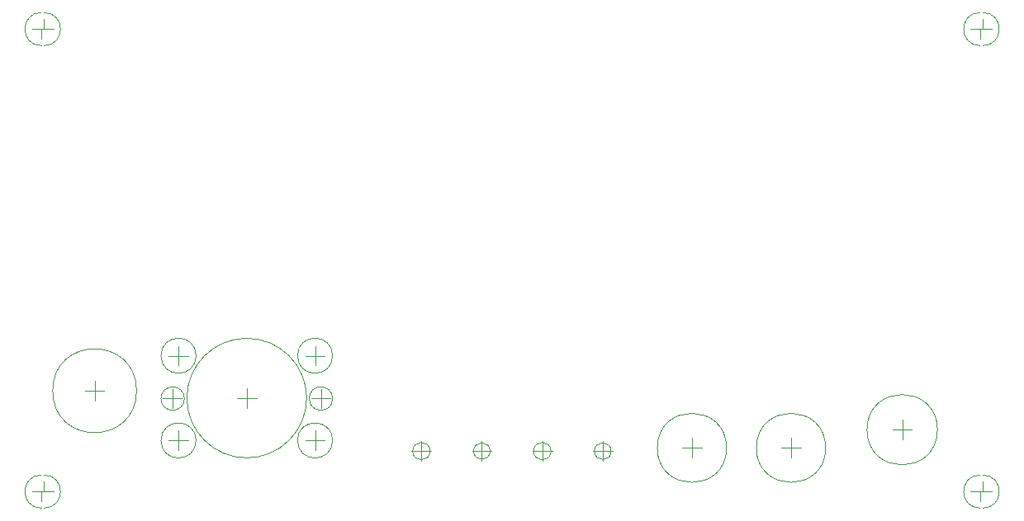
<source format=gbr>
G04 #@! TF.GenerationSoftware,KiCad,Pcbnew,5.0.2-bee76a0~70~ubuntu16.04.1*
G04 #@! TF.CreationDate,2019-08-25T20:36:25-07:00*
G04 #@! TF.ProjectId,endcap,656e6463-6170-42e6-9b69-6361645f7063,rev?*
G04 #@! TF.SameCoordinates,PX2faf080PY2faf080*
G04 #@! TF.FileFunction,Drawing*
%FSLAX46Y46*%
G04 Gerber Fmt 4.6, Leading zero omitted, Abs format (unit mm)*
G04 Created by KiCad (PCBNEW 5.0.2-bee76a0~70~ubuntu16.04.1) date Sun 25 Aug 2019 08:36:25 PM PDT*
%MOMM*%
%LPD*%
G01*
G04 APERTURE LIST*
%ADD10C,0.100000*%
G04 APERTURE END LIST*
D10*
G04 #@! TO.C,REF\002A\002A*
X81600000Y-45765000D02*
X81600000Y-47765000D01*
X71440000Y-45765000D02*
X71440000Y-47765000D01*
X80600000Y-46765000D02*
X82600000Y-46765000D01*
X70440000Y-46765000D02*
X72440000Y-46765000D01*
X85150000Y-46765000D02*
G75*
G03X85150000Y-46765000I-3550000J0D01*
G01*
X74990000Y-46765000D02*
G75*
G03X74990000Y-46765000I-3550000J0D01*
G01*
X17800000Y-46000000D02*
X19800000Y-46000000D01*
X18800000Y-47000000D02*
X18800000Y-45000000D01*
X20600000Y-46000000D02*
G75*
G03X20600000Y-46000000I-1800000J0D01*
G01*
X18800000Y-36300000D02*
X18800000Y-38300000D01*
X17800000Y-37300000D02*
X19800000Y-37300000D01*
X20600000Y-37300000D02*
G75*
G03X20600000Y-37300000I-1800000J0D01*
G01*
X33800000Y-37300000D02*
X31800000Y-37300000D01*
X32800000Y-38300000D02*
X32800000Y-36300000D01*
X34600000Y-37300000D02*
G75*
G03X34600000Y-37300000I-1800000J0D01*
G01*
X32800000Y-45000000D02*
X32800000Y-47000000D01*
X31800000Y-46000000D02*
X33800000Y-46000000D01*
X34600000Y-46000000D02*
G75*
G03X34600000Y-46000000I-1800000J0D01*
G01*
X32400000Y-41700000D02*
X34400000Y-41700000D01*
X33400000Y-40700000D02*
X33400000Y-42700000D01*
X34600000Y-41700000D02*
G75*
G03X34600000Y-41700000I-1200000J0D01*
G01*
X17200000Y-41700000D02*
X19200000Y-41700000D01*
X18200000Y-40700000D02*
X18200000Y-42700000D01*
X19400000Y-41700000D02*
G75*
G03X19400000Y-41700000I-1200000J0D01*
G01*
X24800000Y-41650000D02*
X26800000Y-41650000D01*
X25800000Y-40650000D02*
X25800000Y-42650000D01*
X31940000Y-41650000D02*
G75*
G03X31940000Y-41650000I-6140000J0D01*
G01*
X96612478Y-44900000D02*
G75*
G03X96612478Y-44900000I-3612478J0D01*
G01*
X93000000Y-43900000D02*
X93000000Y-45900000D01*
X92000000Y-44900000D02*
X94000000Y-44900000D01*
X63160233Y-47100000D02*
G75*
G03X63160233Y-47100000I-860233J0D01*
G01*
X61300000Y-47100000D02*
X63300000Y-47100000D01*
X62300000Y-46100000D02*
X62300000Y-48100000D01*
X56994427Y-47100000D02*
G75*
G03X56994427Y-47100000I-894427J0D01*
G01*
X56100000Y-46100000D02*
X56100000Y-48100000D01*
X57100000Y-47100000D02*
X55100000Y-47100000D01*
X50748528Y-47100000D02*
G75*
G03X50748528Y-47100000I-848528J0D01*
G01*
X49900000Y-46100000D02*
X49900000Y-48100000D01*
X50900000Y-47100000D02*
X48900000Y-47100000D01*
X44594427Y-47100000D02*
G75*
G03X44594427Y-47100000I-894427J0D01*
G01*
X43700000Y-46100000D02*
X43700000Y-48100000D01*
X42700000Y-47100000D02*
X44700000Y-47100000D01*
X14501163Y-40900000D02*
G75*
G03X14501163Y-40900000I-4301163J0D01*
G01*
X9200000Y-40900000D02*
X11200000Y-40900000D01*
X10200000Y-39900000D02*
X10200000Y-41900000D01*
G04 #@! TO.C,MH1*
X4750000Y-5450000D02*
G75*
G02X4750000Y-2050000I0J1700000D01*
G01*
X5000000Y-2050000D02*
G75*
G02X5000000Y-5450000I0J-1700000D01*
G01*
X5000000Y-3750000D02*
X5000000Y-2750000D01*
X4750000Y-3750000D02*
X4750000Y-4750000D01*
X3775000Y-3750000D02*
X5975000Y-3750000D01*
G04 #@! TO.C,MH2*
X101000000Y-5450000D02*
G75*
G02X101000000Y-2050000I0J1700000D01*
G01*
X101250000Y-2050000D02*
G75*
G02X101250000Y-5450000I0J-1700000D01*
G01*
X101250000Y-3750000D02*
X101250000Y-2750000D01*
X101000000Y-3750000D02*
X101000000Y-4750000D01*
X100025000Y-3750000D02*
X102225000Y-3750000D01*
G04 #@! TO.C,MH3*
X101000000Y-52950000D02*
G75*
G02X101000000Y-49550000I0J1700000D01*
G01*
X101250000Y-49550000D02*
G75*
G02X101250000Y-52950000I0J-1700000D01*
G01*
X101250000Y-51250000D02*
X101250000Y-50250000D01*
X101000000Y-51250000D02*
X101000000Y-52250000D01*
X100025000Y-51250000D02*
X102225000Y-51250000D01*
G04 #@! TO.C,MH4*
X4750000Y-52950000D02*
G75*
G02X4750000Y-49550000I0J1700000D01*
G01*
X5000000Y-49550000D02*
G75*
G02X5000000Y-52950000I0J-1700000D01*
G01*
X5000000Y-51250000D02*
X5000000Y-50250000D01*
X4750000Y-51250000D02*
X4750000Y-52250000D01*
X3775000Y-51250000D02*
X5975000Y-51250000D01*
G04 #@! TD*
M02*

</source>
